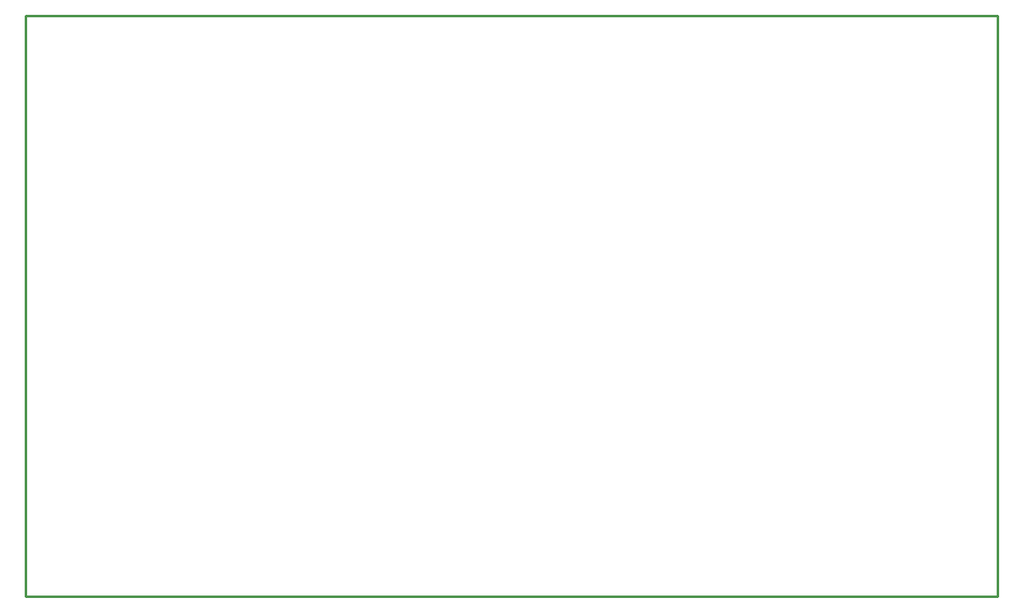
<source format=gbr>
G04 EAGLE Gerber RS-274X export*
G75*
%MOMM*%
%FSLAX34Y34*%
%LPD*%
%IN*%
%IPPOS*%
%AMOC8*
5,1,8,0,0,1.08239X$1,22.5*%
G01*
%ADD10C,0.254000*%


D10*
X0Y0D02*
X1000000Y0D01*
X1000000Y596800D01*
X0Y596800D01*
X0Y0D01*
M02*

</source>
